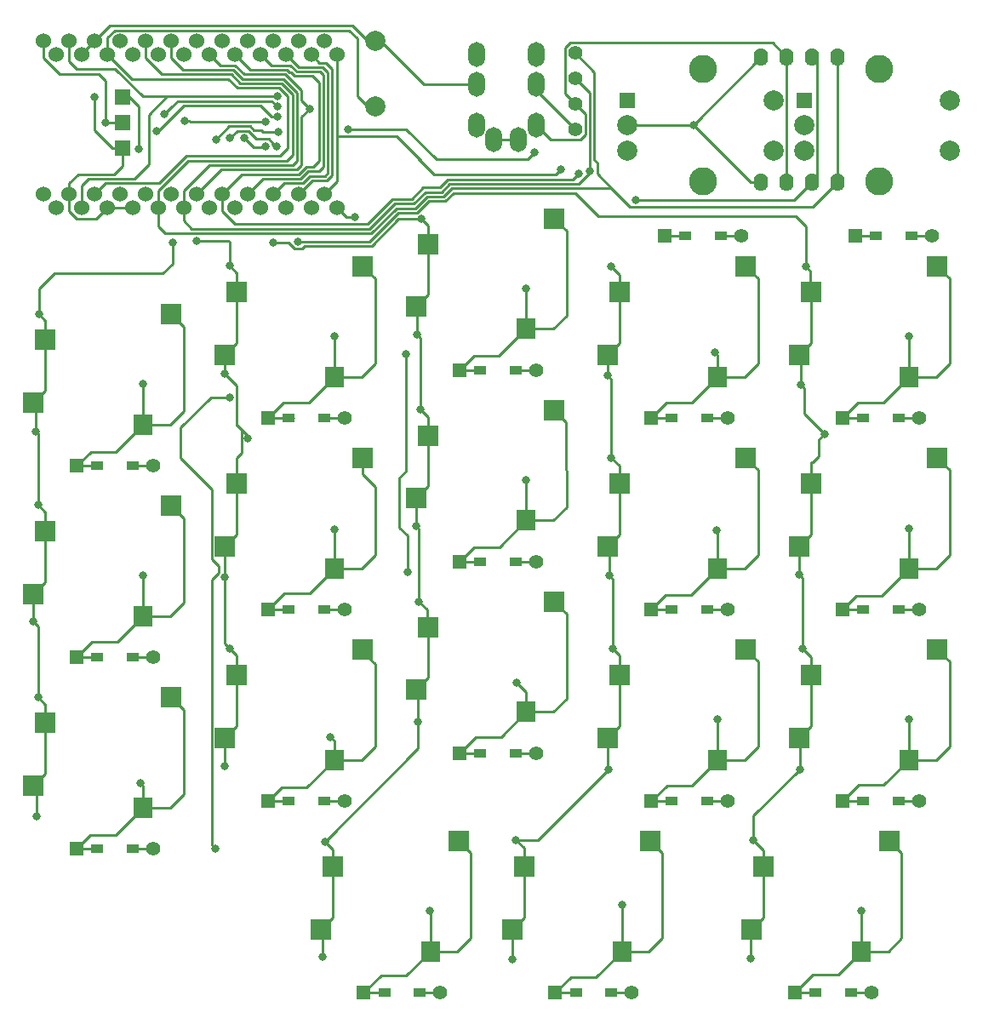
<source format=gbl>
G04 #@! TF.GenerationSoftware,KiCad,Pcbnew,(5.1.6-0-10_14)*
G04 #@! TF.CreationDate,2023-01-09T17:34:33+09:00*
G04 #@! TF.ProjectId,cool536v130,636f6f6c-3533-4367-9631-33302e6b6963,rev?*
G04 #@! TF.SameCoordinates,Original*
G04 #@! TF.FileFunction,Copper,L2,Bot*
G04 #@! TF.FilePolarity,Positive*
%FSLAX46Y46*%
G04 Gerber Fmt 4.6, Leading zero omitted, Abs format (unit mm)*
G04 Created by KiCad (PCBNEW (5.1.6-0-10_14)) date 2023-01-09 17:34:33*
%MOMM*%
%LPD*%
G01*
G04 APERTURE LIST*
G04 #@! TA.AperFunction,SMDPad,CuDef*
%ADD10R,2.000000X2.000000*%
G04 #@! TD*
G04 #@! TA.AperFunction,SMDPad,CuDef*
%ADD11R,1.900000X2.000000*%
G04 #@! TD*
G04 #@! TA.AperFunction,ComponentPad*
%ADD12C,2.000000*%
G04 #@! TD*
G04 #@! TA.AperFunction,SMDPad,CuDef*
%ADD13R,1.300000X0.950000*%
G04 #@! TD*
G04 #@! TA.AperFunction,ComponentPad*
%ADD14C,1.397000*%
G04 #@! TD*
G04 #@! TA.AperFunction,ComponentPad*
%ADD15R,1.397000X1.397000*%
G04 #@! TD*
G04 #@! TA.AperFunction,ComponentPad*
%ADD16O,1.700000X2.500000*%
G04 #@! TD*
G04 #@! TA.AperFunction,ComponentPad*
%ADD17C,1.524000*%
G04 #@! TD*
G04 #@! TA.AperFunction,ComponentPad*
%ADD18R,1.500000X1.500000*%
G04 #@! TD*
G04 #@! TA.AperFunction,ComponentPad*
%ADD19C,2.800000*%
G04 #@! TD*
G04 #@! TA.AperFunction,SMDPad,CuDef*
%ADD20R,1.524000X1.524000*%
G04 #@! TD*
G04 #@! TA.AperFunction,ComponentPad*
%ADD21O,1.397000X1.778000*%
G04 #@! TD*
G04 #@! TA.AperFunction,ViaPad*
%ADD22C,0.800000*%
G04 #@! TD*
G04 #@! TA.AperFunction,Conductor*
%ADD23C,0.250000*%
G04 #@! TD*
G04 APERTURE END LIST*
D10*
X93250000Y-91790000D03*
X80750000Y-94330000D03*
D11*
X90450000Y-102770000D03*
D10*
X79550000Y-100570000D03*
X41450000Y-91045000D03*
D11*
X52350000Y-93245000D03*
D10*
X42650000Y-84805000D03*
X55150000Y-82265000D03*
X89075000Y-124382500D03*
D11*
X99975000Y-126582500D03*
D10*
X90275000Y-118142500D03*
X102775000Y-115602500D03*
D12*
X75460000Y-36040000D03*
X75460000Y-42540000D03*
D10*
X74200000Y-77502500D03*
X61700000Y-80042500D03*
D11*
X71400000Y-88482500D03*
D10*
X60500000Y-86282500D03*
D13*
X70375000Y-73532499D03*
D14*
X72410000Y-73532499D03*
D15*
X64790000Y-73532499D03*
D13*
X66825000Y-73532499D03*
X122763000Y-130682500D03*
D14*
X124798000Y-130682500D03*
D15*
X117178000Y-130682500D03*
D13*
X119213000Y-130682500D03*
D14*
X111830000Y-55420000D03*
D15*
X104210000Y-55420000D03*
D13*
X106245000Y-55420000D03*
X109795000Y-55420000D03*
X127525000Y-73532499D03*
D14*
X129560000Y-73532499D03*
D15*
X121940000Y-73532499D03*
D13*
X123975000Y-73532499D03*
D16*
X87250000Y-45870000D03*
X91450000Y-44370000D03*
X91450000Y-40370000D03*
X91450000Y-37370000D03*
X85500000Y-40370000D03*
X85500000Y-37370000D03*
X89700000Y-45870000D03*
X85500000Y-44370000D03*
D10*
X60500000Y-105332500D03*
D11*
X71400000Y-107532500D03*
D10*
X61700000Y-99092500D03*
X74200000Y-96552500D03*
X112300000Y-96552500D03*
X99800000Y-99092500D03*
D11*
X109500000Y-107532500D03*
D10*
X98600000Y-105332500D03*
D14*
X95330000Y-44820000D03*
X95330000Y-42280000D03*
X95330000Y-39740000D03*
X95330000Y-37200000D03*
D17*
X43692000Y-37360000D03*
X46232000Y-37360000D03*
X48772000Y-37360000D03*
X51312000Y-37360000D03*
X53852000Y-37360000D03*
X56392000Y-37360000D03*
X58932000Y-37360000D03*
X61472000Y-37360000D03*
X64012000Y-37360000D03*
X66552000Y-37360000D03*
X69092000Y-37360000D03*
X71632000Y-37360000D03*
X71632000Y-52600000D03*
X69092000Y-52600000D03*
X66552000Y-52600000D03*
X64012000Y-52600000D03*
X61472000Y-52600000D03*
X58932000Y-52600000D03*
X56392000Y-52600000D03*
X53852000Y-52600000D03*
X51312000Y-52600000D03*
X48772000Y-52600000D03*
X46232000Y-52600000D03*
X43692000Y-52600000D03*
X42422000Y-36053600D03*
X44962000Y-36053600D03*
X47502000Y-36053600D03*
X50042000Y-36053600D03*
X52582000Y-36053600D03*
X55122000Y-36053600D03*
X57662000Y-36053600D03*
X60202000Y-36053600D03*
X62742000Y-36053600D03*
X65282000Y-36053600D03*
X67822000Y-36053600D03*
X70362000Y-36053600D03*
X70362000Y-51273600D03*
X67822000Y-51273600D03*
X65282000Y-51273600D03*
X62742000Y-51273600D03*
X60202000Y-51273600D03*
X57662000Y-51273600D03*
X55122000Y-51273600D03*
X52582000Y-51273600D03*
X50042000Y-51273600D03*
X47502000Y-51273600D03*
X44962000Y-51273600D03*
X42422000Y-51273600D03*
D13*
X51325000Y-78295000D03*
D14*
X53360000Y-78295000D03*
D15*
X45740000Y-78295000D03*
D13*
X47775000Y-78295000D03*
D10*
X126588000Y-115602500D03*
X114088000Y-118142500D03*
D11*
X123788000Y-126582500D03*
D10*
X112888000Y-124382500D03*
X131350000Y-58452499D03*
X118850000Y-60992499D03*
D11*
X128550000Y-69432499D03*
D10*
X117650000Y-67232499D03*
D18*
X100560000Y-41910000D03*
D12*
X100560000Y-44410000D03*
X100560000Y-46910000D03*
D19*
X108060000Y-38810000D03*
X108060000Y-50010000D03*
D12*
X115060000Y-41910000D03*
X115060000Y-46910000D03*
D10*
X98600000Y-67232499D03*
D11*
X109500000Y-69432499D03*
D10*
X99800000Y-60992499D03*
X112300000Y-58452499D03*
X41450000Y-71995000D03*
D11*
X52350000Y-74195000D03*
D10*
X42650000Y-65755000D03*
X55150000Y-63215000D03*
D13*
X98950000Y-130682500D03*
D14*
X100985000Y-130682500D03*
D15*
X93365000Y-130682500D03*
D13*
X95400000Y-130682500D03*
D10*
X112300000Y-77502500D03*
X99800000Y-80042500D03*
D11*
X109500000Y-88482500D03*
D10*
X98600000Y-86282500D03*
D13*
X89425000Y-87820000D03*
D14*
X91460000Y-87820000D03*
D15*
X83840000Y-87820000D03*
D13*
X85875000Y-87820000D03*
X79900000Y-130682500D03*
D14*
X81935000Y-130682500D03*
D15*
X74315000Y-130682500D03*
D13*
X76350000Y-130682500D03*
D10*
X60500000Y-67232499D03*
D11*
X71400000Y-69432499D03*
D10*
X61700000Y-60992499D03*
X74200000Y-58452499D03*
X55150000Y-101315000D03*
X42650000Y-103855000D03*
D11*
X52350000Y-112295000D03*
D10*
X41450000Y-110095000D03*
D13*
X127525000Y-111632500D03*
D14*
X129560000Y-111632500D03*
D15*
X121940000Y-111632500D03*
D13*
X123975000Y-111632500D03*
D10*
X93250000Y-72740000D03*
X80750000Y-75280000D03*
D11*
X90450000Y-83720000D03*
D10*
X79550000Y-81520000D03*
D13*
X108475000Y-111632500D03*
D14*
X110510000Y-111632500D03*
D15*
X102890000Y-111632500D03*
D13*
X104925000Y-111632500D03*
D18*
X118090000Y-41910000D03*
D12*
X118090000Y-44410000D03*
X118090000Y-46910000D03*
D19*
X125590000Y-38810000D03*
X125590000Y-50010000D03*
D12*
X132590000Y-41910000D03*
X132590000Y-46910000D03*
D10*
X131350000Y-77502500D03*
X118850000Y-80042500D03*
D11*
X128550000Y-88482500D03*
D10*
X117650000Y-86282500D03*
D13*
X70375000Y-92582500D03*
D14*
X72410000Y-92582500D03*
D15*
X64790000Y-92582500D03*
D13*
X66825000Y-92582500D03*
D10*
X70025000Y-124382500D03*
D11*
X80925000Y-126582500D03*
D10*
X71225000Y-118142500D03*
X83725000Y-115602500D03*
X131350000Y-96552500D03*
X118850000Y-99092500D03*
D11*
X128550000Y-107532500D03*
D10*
X117650000Y-105332500D03*
D13*
X51325000Y-116395000D03*
D14*
X53360000Y-116395000D03*
D15*
X45740000Y-116395000D03*
D13*
X47775000Y-116395000D03*
D20*
X50300000Y-46680000D03*
X50300000Y-44140000D03*
X50300000Y-41600000D03*
D13*
X89425000Y-68770000D03*
D14*
X91460000Y-68770000D03*
D15*
X83840000Y-68770000D03*
D13*
X85875000Y-68770000D03*
X108475000Y-73532499D03*
D14*
X110510000Y-73532499D03*
D15*
X102890000Y-73532499D03*
D13*
X104925000Y-73532499D03*
X51325000Y-97345000D03*
D14*
X53360000Y-97345000D03*
D15*
X45740000Y-97345000D03*
D13*
X47775000Y-97345000D03*
X70375000Y-111632500D03*
D14*
X72410000Y-111632500D03*
D15*
X64790000Y-111632500D03*
D13*
X66825000Y-111632500D03*
X89425000Y-106870000D03*
D14*
X91460000Y-106870000D03*
D15*
X83840000Y-106870000D03*
D13*
X85875000Y-106870000D03*
D10*
X79550000Y-62470000D03*
D11*
X90450000Y-64670000D03*
D10*
X80750000Y-56230000D03*
X93250000Y-53690000D03*
D13*
X108475000Y-92582500D03*
D14*
X110510000Y-92582500D03*
D15*
X102890000Y-92582500D03*
D13*
X104925000Y-92582500D03*
X127525000Y-92582500D03*
D14*
X129560000Y-92582500D03*
D15*
X121940000Y-92582500D03*
D13*
X123975000Y-92582500D03*
D14*
X130870000Y-55400000D03*
D15*
X123250000Y-55400000D03*
D13*
X125285000Y-55400000D03*
X128835000Y-55400000D03*
D21*
X113854000Y-50030000D03*
X116394000Y-50030000D03*
X118934000Y-50030000D03*
X121474000Y-50030000D03*
X116394000Y-37584000D03*
X118934000Y-37584000D03*
X121474000Y-37584000D03*
X113854000Y-37584000D03*
D22*
X52350001Y-70169999D03*
X71387498Y-65407498D03*
X90475001Y-60644999D03*
X109240000Y-67020000D03*
X128577498Y-65407498D03*
X52309999Y-89219999D03*
X71400000Y-84650000D03*
X90474999Y-79694999D03*
X109425000Y-84695000D03*
X128550000Y-84490000D03*
X52101999Y-109841999D03*
X70995749Y-105235749D03*
X89515000Y-99815000D03*
X109467499Y-103507499D03*
X128527499Y-103507499D03*
X80917499Y-122557499D03*
X99987501Y-121957501D03*
X123767499Y-122557499D03*
X73450000Y-53534990D03*
X78643501Y-88843501D03*
X78500000Y-67200000D03*
X60970000Y-71460000D03*
X59525000Y-116395000D03*
X95667158Y-49202842D03*
X65700102Y-43535359D03*
X51940000Y-46730000D03*
X53700000Y-44970000D03*
X47520000Y-41600000D03*
X107110000Y-44380000D03*
X65745552Y-41536497D03*
X48600000Y-44170000D03*
X101340000Y-51830000D03*
X96803511Y-48976489D03*
X72770000Y-44780000D03*
X91280000Y-47094980D03*
X64520000Y-44020000D03*
X56490000Y-43990000D03*
X59590000Y-45800000D03*
X65835858Y-45054142D03*
X55300000Y-56060000D03*
X54470000Y-43266990D03*
X41940000Y-101330000D03*
X41390000Y-93730000D03*
X41700000Y-74880000D03*
X41900000Y-82150000D03*
X42000000Y-63210000D03*
X41730000Y-113190000D03*
X65697833Y-42535360D03*
X65630000Y-46540000D03*
X60990000Y-45695000D03*
X62380000Y-45695000D03*
X64520000Y-46500000D03*
X60490000Y-69080000D03*
X62780000Y-75530000D03*
X60950000Y-58380000D03*
X57710000Y-55885010D03*
X60510000Y-108180000D03*
X60980000Y-96430000D03*
X68910000Y-42780000D03*
X60510000Y-89360000D03*
X65280000Y-56100000D03*
X79810000Y-91790000D03*
X70220000Y-127080000D03*
X79550000Y-84250000D03*
X70450000Y-115660000D03*
X79700000Y-103740000D03*
X80070000Y-53740000D03*
X79910000Y-72670000D03*
X79610000Y-65240000D03*
X117750000Y-70210000D03*
X67790000Y-55960000D03*
X117620000Y-89120000D03*
X113070000Y-115480000D03*
X117670000Y-108450000D03*
X118262499Y-58452499D03*
X117960000Y-96450000D03*
X112830000Y-127280000D03*
X120140000Y-75100000D03*
X89050000Y-127360000D03*
X98900000Y-58420000D03*
X98590000Y-69330000D03*
X98640000Y-108520000D03*
X98952500Y-77502500D03*
X98710000Y-89200000D03*
X93905000Y-48815000D03*
X89470000Y-115510000D03*
X99100000Y-96470000D03*
D23*
X52350000Y-74195000D02*
X49665000Y-76880000D01*
X47155000Y-76880000D02*
X45740000Y-78295000D01*
X49665000Y-76880000D02*
X47155000Y-76880000D01*
X45740000Y-78295000D02*
X47775000Y-78295000D01*
X52350001Y-72944999D02*
X52350001Y-70169999D01*
X55051002Y-74195000D02*
X56375001Y-72871001D01*
X56375001Y-72871001D02*
X56375001Y-64440001D01*
X52350000Y-74195000D02*
X52350001Y-72944999D01*
X52350000Y-74195000D02*
X55051002Y-74195000D01*
X56375001Y-64440001D02*
X55150000Y-63215000D01*
X64790000Y-73532499D02*
X67337501Y-73532499D01*
X71400000Y-65420000D02*
X71387498Y-65407498D01*
X71400000Y-69432499D02*
X68862499Y-71970000D01*
X74200000Y-58452499D02*
X75425001Y-59677500D01*
X71400000Y-69432499D02*
X71400000Y-65420000D01*
X75425001Y-59677500D02*
X75425001Y-68108500D01*
X75425001Y-68108500D02*
X74101002Y-69432499D01*
X74101002Y-69432499D02*
X71400000Y-69432499D01*
X68862499Y-71970000D02*
X66352499Y-71970000D01*
X66352499Y-71970000D02*
X64790000Y-73532499D01*
X87760000Y-67360000D02*
X85250000Y-67360000D01*
X90450000Y-60670000D02*
X90475001Y-60644999D01*
X93151002Y-64670000D02*
X90450000Y-64670000D01*
X93250000Y-53690000D02*
X94475001Y-54915001D01*
X83840000Y-68770000D02*
X85875000Y-68770000D01*
X94475001Y-54915001D02*
X94475001Y-63346001D01*
X90450000Y-64670000D02*
X87760000Y-67360000D01*
X94475001Y-63346001D02*
X93151002Y-64670000D01*
X90450000Y-64670000D02*
X90450000Y-60670000D01*
X85250000Y-67360000D02*
X83840000Y-68770000D01*
X109500000Y-69432499D02*
X109500000Y-67280000D01*
X106942499Y-71990000D02*
X104432499Y-71990000D01*
X112300000Y-58452499D02*
X113525001Y-59677500D01*
X112201002Y-69432499D02*
X109500000Y-69432499D01*
X104432499Y-71990000D02*
X102890000Y-73532499D01*
X109500000Y-69432499D02*
X106942499Y-71990000D01*
X109500000Y-67280000D02*
X109240000Y-67020000D01*
X113525001Y-68108500D02*
X112201002Y-69432499D01*
X102890000Y-73532499D02*
X104925000Y-73532499D01*
X113525001Y-59677500D02*
X113525001Y-68108500D01*
X125972499Y-72010000D02*
X123462499Y-72010000D01*
X131350000Y-58452499D02*
X132575001Y-59677500D01*
X131251002Y-69432499D02*
X128550000Y-69432499D01*
X132575001Y-59677500D02*
X132575001Y-68108500D01*
X121940000Y-73532499D02*
X123975000Y-73532499D01*
X132575001Y-68108500D02*
X131251002Y-69432499D01*
X123462499Y-72010000D02*
X121940000Y-73532499D01*
X128550000Y-69432499D02*
X125972499Y-72010000D01*
X128550000Y-65434996D02*
X128577498Y-65407498D01*
X128550000Y-69432499D02*
X128550000Y-65434996D01*
X49775000Y-95820000D02*
X47265000Y-95820000D01*
X55051002Y-93245000D02*
X52350000Y-93245000D01*
X56375001Y-91921001D02*
X55051002Y-93245000D01*
X52350000Y-89260000D02*
X52309999Y-89219999D01*
X45740000Y-97345000D02*
X47775000Y-97345000D01*
X47265000Y-95820000D02*
X45740000Y-97345000D01*
X55150000Y-82265000D02*
X56375001Y-83490001D01*
X52350000Y-93245000D02*
X52350000Y-89260000D01*
X52350000Y-93245000D02*
X49775000Y-95820000D01*
X56375001Y-83490001D02*
X56375001Y-91921001D01*
X74101002Y-88482500D02*
X71400000Y-88482500D01*
X74200000Y-79131498D02*
X75425001Y-80356499D01*
X75425001Y-80356499D02*
X75425001Y-87158501D01*
X75425001Y-87158501D02*
X74101002Y-88482500D01*
X71400000Y-88482500D02*
X68902500Y-90980000D01*
X68902500Y-90980000D02*
X66392500Y-90980000D01*
X66392500Y-90980000D02*
X64790000Y-92582500D01*
X74200000Y-77502500D02*
X74200000Y-79131498D01*
X64790000Y-92582500D02*
X66825000Y-92582500D01*
X71400000Y-88482500D02*
X71400000Y-84650000D01*
X90450000Y-83720000D02*
X90450000Y-79719998D01*
X90450000Y-79719998D02*
X90474999Y-79694999D01*
X93250000Y-72740000D02*
X94425001Y-73915001D01*
X94425001Y-73915001D02*
X94425001Y-78704999D01*
X94475001Y-78754999D02*
X94475001Y-82396001D01*
X94425001Y-78704999D02*
X94475001Y-78754999D01*
X94475001Y-82396001D02*
X93151002Y-83720000D01*
X93151002Y-83720000D02*
X90450000Y-83720000D01*
X90450000Y-83720000D02*
X87780000Y-86390000D01*
X83840000Y-87820000D02*
X85875000Y-87820000D01*
X85270000Y-86390000D02*
X83840000Y-87820000D01*
X87780000Y-86390000D02*
X85270000Y-86390000D01*
X102890000Y-92582500D02*
X104925000Y-92582500D01*
X109500000Y-88482500D02*
X106842500Y-91140000D01*
X109500000Y-88482500D02*
X109500000Y-84770000D01*
X104332500Y-91140000D02*
X102890000Y-92582500D01*
X113525001Y-87158501D02*
X112201002Y-88482500D01*
X112300000Y-77502500D02*
X113525001Y-78727501D01*
X113525001Y-78727501D02*
X113525001Y-87158501D01*
X112201002Y-88482500D02*
X109500000Y-88482500D01*
X109500000Y-84770000D02*
X109425000Y-84695000D01*
X106842500Y-91140000D02*
X104332500Y-91140000D01*
X123332500Y-91190000D02*
X121940000Y-92582500D01*
X128550000Y-88482500D02*
X128550000Y-84490000D01*
X125842500Y-91190000D02*
X123332500Y-91190000D01*
X132575001Y-78727501D02*
X132575001Y-87158501D01*
X131251002Y-88482500D02*
X128550000Y-88482500D01*
X131350000Y-77502500D02*
X132575001Y-78727501D01*
X132575001Y-87158501D02*
X131251002Y-88482500D01*
X128550000Y-88482500D02*
X125842500Y-91190000D01*
X121940000Y-92582500D02*
X123975000Y-92582500D01*
X55051002Y-112295000D02*
X52350000Y-112295000D01*
X52350000Y-112295000D02*
X49595000Y-115050000D01*
X56375001Y-110971001D02*
X55051002Y-112295000D01*
X45740000Y-116395000D02*
X47775000Y-116395000D01*
X49595000Y-115050000D02*
X47085000Y-115050000D01*
X56375001Y-102540001D02*
X56375001Y-110971001D01*
X52350000Y-112295000D02*
X52350000Y-110090000D01*
X52350000Y-110090000D02*
X52101999Y-109841999D01*
X55150000Y-101315000D02*
X56375001Y-102540001D01*
X47085000Y-115050000D02*
X45740000Y-116395000D01*
X75425001Y-98015001D02*
X75425001Y-106208501D01*
X74200000Y-96552500D02*
X74200000Y-96790000D01*
X75425001Y-106208501D02*
X74101002Y-107532500D01*
X64790000Y-111632500D02*
X66825000Y-111632500D01*
X74200000Y-96790000D02*
X75425001Y-98015001D01*
X74101002Y-107532500D02*
X71400000Y-107532500D01*
X71400000Y-107532500D02*
X68642500Y-110290000D01*
X68642500Y-110290000D02*
X66132500Y-110290000D01*
X66132500Y-110290000D02*
X64790000Y-111632500D01*
X71400000Y-105640000D02*
X70995749Y-105235749D01*
X71400000Y-107532500D02*
X71400000Y-105640000D01*
X93151002Y-102770000D02*
X90450000Y-102770000D01*
X93250000Y-91790000D02*
X94475001Y-93015001D01*
X90450000Y-100750000D02*
X89515000Y-99815000D01*
X90450000Y-102770000D02*
X90450000Y-100750000D01*
X94475001Y-93015001D02*
X94475001Y-101446001D01*
X85450000Y-105260000D02*
X83840000Y-106870000D01*
X90450000Y-102770000D02*
X87960000Y-105260000D01*
X83840000Y-106870000D02*
X85875000Y-106870000D01*
X87960000Y-105260000D02*
X85450000Y-105260000D01*
X94475001Y-101446001D02*
X93151002Y-102770000D01*
X109500000Y-107532500D02*
X109500000Y-103540000D01*
X109500000Y-103540000D02*
X109467499Y-103507499D01*
X102890000Y-111632500D02*
X104925000Y-111632500D01*
X109500000Y-107532500D02*
X106972500Y-110060000D01*
X112201002Y-107532500D02*
X109500000Y-107532500D01*
X112300000Y-96552500D02*
X113525001Y-97777501D01*
X113525001Y-106208501D02*
X112201002Y-107532500D01*
X113525001Y-97777501D02*
X113525001Y-106208501D01*
X104462500Y-110060000D02*
X102890000Y-111632500D01*
X106972500Y-110060000D02*
X104462500Y-110060000D01*
X128550000Y-107532500D02*
X128550000Y-103530000D01*
X128550000Y-103530000D02*
X128527499Y-103507499D01*
X128550000Y-107532500D02*
X126042500Y-110040000D01*
X121940000Y-111632500D02*
X123975000Y-111632500D01*
X123532500Y-110040000D02*
X121940000Y-111632500D01*
X132575001Y-97777501D02*
X132575001Y-106208501D01*
X132575001Y-106208501D02*
X131251002Y-107532500D01*
X126042500Y-110040000D02*
X123532500Y-110040000D01*
X131350000Y-96552500D02*
X132575001Y-97777501D01*
X131251002Y-107532500D02*
X128550000Y-107532500D01*
X80925000Y-126582500D02*
X80925000Y-122565000D01*
X80925000Y-122565000D02*
X80917499Y-122557499D01*
X80925000Y-126582500D02*
X78547500Y-128960000D01*
X78547500Y-128960000D02*
X76037500Y-128960000D01*
X83725000Y-115602500D02*
X84950001Y-116827501D01*
X83626002Y-126582500D02*
X80925000Y-126582500D01*
X84950001Y-125258501D02*
X83626002Y-126582500D01*
X84950001Y-116827501D02*
X84950001Y-125258501D01*
X74315000Y-130682500D02*
X76350000Y-130682500D01*
X76037500Y-128960000D02*
X74315000Y-130682500D01*
X99975000Y-121970002D02*
X99987501Y-121957501D01*
X99975000Y-126582500D02*
X99975000Y-121970002D01*
X94907500Y-129140000D02*
X93365000Y-130682500D01*
X99975000Y-126582500D02*
X97417500Y-129140000D01*
X97417500Y-129140000D02*
X94907500Y-129140000D01*
X102676002Y-126582500D02*
X99975000Y-126582500D01*
X104000001Y-116827501D02*
X104000001Y-125258501D01*
X104000001Y-125258501D02*
X102676002Y-126582500D01*
X102775000Y-115602500D02*
X104000001Y-116827501D01*
X93365000Y-130682500D02*
X95400000Y-130682500D01*
X123788000Y-126582500D02*
X121510500Y-128860000D01*
X127813001Y-116827501D02*
X127813001Y-125258501D01*
X127813001Y-125258501D02*
X126489002Y-126582500D01*
X126588000Y-115602500D02*
X127813001Y-116827501D01*
X126489002Y-126582500D02*
X123788000Y-126582500D01*
X123788000Y-122578000D02*
X123767499Y-122557499D01*
X123788000Y-126582500D02*
X123788000Y-122578000D01*
X121510500Y-128860000D02*
X119000500Y-128860000D01*
X119000500Y-128860000D02*
X117178000Y-130682500D01*
X117178000Y-130682500D02*
X119213000Y-130682500D01*
X106245000Y-55420000D02*
X104210000Y-55420000D01*
X125285000Y-55400000D02*
X123250000Y-55400000D01*
X75460000Y-42540000D02*
X74670000Y-42540000D01*
X48772000Y-35714838D02*
X48772000Y-37360000D01*
X49520239Y-34966599D02*
X48772000Y-35714838D01*
X60847031Y-39797031D02*
X51209030Y-39797030D01*
X66761920Y-41527560D02*
X65931409Y-40697049D01*
X53963829Y-50186599D02*
X56663889Y-47486539D01*
X47502000Y-51273600D02*
X48589001Y-50186599D01*
X48589001Y-50186599D02*
X53963829Y-50186599D01*
X66761920Y-46718080D02*
X66761920Y-41527560D01*
X56663889Y-47486539D02*
X65993461Y-47486539D01*
X61747049Y-40697049D02*
X60847031Y-39797031D01*
X65931409Y-40697049D02*
X61747049Y-40697049D01*
X51209030Y-39797030D02*
X48772000Y-37360000D01*
X65993461Y-47486539D02*
X66761920Y-46718080D01*
X72836599Y-34966599D02*
X49520239Y-34966599D01*
X73660000Y-41530000D02*
X73660000Y-35790000D01*
X73660000Y-35790000D02*
X72836599Y-34966599D01*
X74670000Y-42540000D02*
X73660000Y-41530000D01*
X89425000Y-68770000D02*
X91460000Y-68770000D01*
X108475000Y-73532499D02*
X110510000Y-73532499D01*
X70375000Y-73532499D02*
X72410000Y-73532499D01*
X127525000Y-73532499D02*
X129560000Y-73532499D01*
X73425010Y-53510000D02*
X73450000Y-53534990D01*
X72542000Y-53510000D02*
X73425010Y-53510000D01*
X51325000Y-78295000D02*
X53360000Y-78295000D01*
X71632000Y-52600000D02*
X72542000Y-53510000D01*
X51325000Y-97345000D02*
X53360000Y-97345000D01*
X78500000Y-78850000D02*
X77860000Y-79490000D01*
X77860000Y-79490000D02*
X77860000Y-84450000D01*
X127525000Y-92582500D02*
X129560000Y-92582500D01*
X70375000Y-92582500D02*
X72410000Y-92582500D01*
X108475000Y-92582500D02*
X110510000Y-92582500D01*
X89425000Y-87820000D02*
X91460000Y-87820000D01*
X78500000Y-67200000D02*
X78500000Y-78850000D01*
X77860000Y-84450000D02*
X78643501Y-85233501D01*
X78643501Y-85233501D02*
X78643501Y-88843501D01*
X70281970Y-48558030D02*
X70281970Y-39371970D01*
X68047001Y-49736589D02*
X68773600Y-49009990D01*
X70281970Y-39371970D02*
X69990009Y-39080009D01*
X68773600Y-49009990D02*
X69830010Y-49009990D01*
X69990009Y-39080009D02*
X67635598Y-39080008D01*
X67635598Y-39080008D02*
X67002591Y-38447001D01*
X64279011Y-49736589D02*
X68047001Y-49736589D01*
X67002591Y-38447001D02*
X65099001Y-38447001D01*
X62742000Y-51273600D02*
X64279011Y-49736589D01*
X65099001Y-38447001D02*
X64012000Y-37360000D01*
X69830010Y-49009990D02*
X70281970Y-48558030D01*
X59174999Y-89621999D02*
X59860000Y-88936998D01*
X108475000Y-111632500D02*
X110510000Y-111632500D01*
X59860000Y-88936998D02*
X59860000Y-88227502D01*
X59860000Y-88227502D02*
X59174999Y-87542501D01*
X59174999Y-116044999D02*
X59174999Y-89621999D01*
X59525000Y-116395000D02*
X59174999Y-116044999D01*
X59174999Y-87542501D02*
X59174999Y-80634999D01*
X59174999Y-80634999D02*
X56050000Y-77510000D01*
X59080000Y-71460000D02*
X60970000Y-71460000D01*
X56050000Y-77510000D02*
X56050000Y-74490000D01*
X56050000Y-74490000D02*
X59080000Y-71460000D01*
X89425000Y-106870000D02*
X91460000Y-106870000D01*
X51325000Y-116395000D02*
X53360000Y-116395000D01*
X70375000Y-111632500D02*
X72410000Y-111632500D01*
X127525000Y-111632500D02*
X129560000Y-111632500D01*
X60202000Y-51273600D02*
X60202000Y-52938762D01*
X77192210Y-51761380D02*
X79066388Y-51761380D01*
X74693600Y-54259990D02*
X77192210Y-51761380D01*
X61523228Y-54259990D02*
X74693600Y-54259990D01*
X60202000Y-52938762D02*
X61523228Y-54259990D01*
X98950000Y-130682500D02*
X100985000Y-130682500D01*
X95078620Y-49791380D02*
X95667158Y-49202842D01*
X82672210Y-49791380D02*
X95078620Y-49791380D01*
X81873590Y-50590000D02*
X82672210Y-49791380D01*
X80237768Y-50590000D02*
X81873590Y-50590000D01*
X79066388Y-51761380D02*
X80237768Y-50590000D01*
X69831960Y-47988040D02*
X69831960Y-40181960D01*
X67069180Y-39150000D02*
X66930000Y-39150000D01*
X68587200Y-48559980D02*
X69260020Y-48559980D01*
X69831960Y-40181960D02*
X69180018Y-39530018D01*
X111830000Y-55420000D02*
X109795000Y-55420000D01*
X67860601Y-49286579D02*
X68587200Y-48559980D01*
X63009011Y-38897011D02*
X61472000Y-37360000D01*
X60202000Y-51273600D02*
X62189021Y-49286579D01*
X122763000Y-130682500D02*
X124798000Y-130682500D01*
X69260020Y-48559980D02*
X69831960Y-47988040D01*
X130870000Y-55400000D02*
X128835000Y-55400000D01*
X67449197Y-39530017D02*
X67069180Y-39150000D01*
X69180018Y-39530018D02*
X67449197Y-39530017D01*
X79900000Y-130682500D02*
X81935000Y-130682500D01*
X66677011Y-38897011D02*
X63009011Y-38897011D01*
X62189021Y-49286579D02*
X67860601Y-49286579D01*
X66930000Y-39150000D02*
X66677011Y-38897011D01*
X85575010Y-44294990D02*
X85500000Y-44370000D01*
X92923501Y-45843501D02*
X91450000Y-44370000D01*
X95821281Y-45843501D02*
X92923501Y-45843501D01*
X53700000Y-44970000D02*
X53839992Y-44970000D01*
X53839992Y-44970000D02*
X56373475Y-42436517D01*
X50970000Y-41600000D02*
X51940000Y-42570000D01*
X64035575Y-42436517D02*
X65134417Y-43535359D01*
X56373475Y-42436517D02*
X64035575Y-42436517D01*
X51940000Y-42570000D02*
X51940000Y-46730000D01*
X65134417Y-43535359D02*
X65700102Y-43535359D01*
X50300000Y-41600000D02*
X50970000Y-41600000D01*
X96353501Y-43303501D02*
X96353501Y-45311281D01*
X96353501Y-45311281D02*
X95821281Y-45843501D01*
X95330000Y-42280000D02*
X96353501Y-43303501D01*
X118896000Y-37340000D02*
X118896000Y-38226000D01*
X116394000Y-37584000D02*
X116394000Y-50030000D01*
X94838719Y-36176499D02*
X114986499Y-36176499D01*
X114986499Y-36176499D02*
X116394000Y-37584000D01*
X94306499Y-36708719D02*
X94838719Y-36176499D01*
X94306499Y-41256499D02*
X94306499Y-36708719D01*
X95330000Y-42280000D02*
X94306499Y-41256499D01*
X91450000Y-40940000D02*
X95330000Y-44820000D01*
X75940000Y-36040000D02*
X75460000Y-36040000D01*
X80270000Y-40370000D02*
X75940000Y-36040000D01*
X91450000Y-40370000D02*
X91450000Y-40940000D01*
X73206590Y-34516590D02*
X74730000Y-36040000D01*
X85500000Y-40370000D02*
X80270000Y-40370000D01*
X74730000Y-36040000D02*
X75460000Y-36040000D01*
X44962000Y-50195970D02*
X44962000Y-51273600D01*
X47520000Y-44912000D02*
X47520000Y-41600000D01*
X47684999Y-53687001D02*
X48772000Y-52600000D01*
X48772000Y-52600000D02*
X51312000Y-52600000D01*
X50300000Y-46680000D02*
X50300000Y-48466579D01*
X47502000Y-36053600D02*
X49039010Y-34516590D01*
X46232000Y-37360000D02*
X46232000Y-37323600D01*
X49480000Y-49286579D02*
X45871391Y-49286579D01*
X44962000Y-52938762D02*
X45710239Y-53687001D01*
X45871391Y-49286579D02*
X44962000Y-50195970D01*
X50300000Y-46680000D02*
X49288000Y-46680000D01*
X73016590Y-34516590D02*
X73206590Y-34516590D01*
X44962000Y-51273600D02*
X44962000Y-52938762D01*
X46232000Y-37323600D02*
X47502000Y-36053600D01*
X49288000Y-46680000D02*
X47520000Y-44912000D01*
X45710239Y-53687001D02*
X47684999Y-53687001D01*
X50300000Y-48466579D02*
X49480000Y-49286579D01*
X49039010Y-34516590D02*
X73016590Y-34516590D01*
X100590000Y-44380000D02*
X100560000Y-44410000D01*
X107110000Y-44380000D02*
X100590000Y-44380000D01*
X49565590Y-38790000D02*
X52312087Y-41536497D01*
X46232000Y-52600000D02*
X46232000Y-50438000D01*
X44962000Y-38032000D02*
X44962000Y-36053600D01*
X52312087Y-41536497D02*
X55663503Y-41536497D01*
X45720000Y-38790000D02*
X49565590Y-38790000D01*
X55663503Y-41536497D02*
X54753503Y-41536497D01*
X45720000Y-38790000D02*
X44962000Y-38032000D01*
X65745552Y-41536497D02*
X55663503Y-41536497D01*
X52930000Y-48280000D02*
X52930000Y-43360000D01*
X52930000Y-43360000D02*
X54753503Y-41536497D01*
X51473411Y-49736589D02*
X52930000Y-48280000D01*
X46933411Y-49736589D02*
X51473411Y-49736589D01*
X46232000Y-50438000D02*
X46933411Y-49736589D01*
X50270000Y-44170000D02*
X50300000Y-44140000D01*
X48600000Y-44170000D02*
X50270000Y-44170000D01*
X42422000Y-37698762D02*
X44073238Y-39350000D01*
X42422000Y-36053600D02*
X42422000Y-37698762D01*
X44073238Y-39350000D02*
X47930000Y-39350000D01*
X48600000Y-40020000D02*
X48600000Y-44170000D01*
X47930000Y-39350000D02*
X48600000Y-40020000D01*
X80414198Y-51049980D02*
X82050020Y-51049980D01*
X77378610Y-52211390D02*
X79252788Y-52211390D01*
X95708610Y-50241390D02*
X96803511Y-49146489D01*
X56392000Y-50934838D02*
X56392000Y-52600000D01*
X82050020Y-51049980D02*
X82858610Y-50241390D01*
X67233441Y-48386559D02*
X58940279Y-48386559D01*
X67661940Y-41154760D02*
X67661940Y-47958060D01*
X56392000Y-52600000D02*
X56392000Y-53902000D01*
X55921619Y-38498381D02*
X55304999Y-37881761D01*
X55921619Y-38498381D02*
X56320249Y-38897011D01*
X96803511Y-41213511D02*
X95330000Y-39740000D01*
X67661940Y-47958060D02*
X67233441Y-48386559D01*
X55122000Y-37698762D02*
X55921619Y-38498381D01*
X79252788Y-52211390D02*
X80414198Y-51049980D01*
X74880000Y-54710000D02*
X77378610Y-52211390D01*
X82858610Y-50241390D02*
X95708610Y-50241390D01*
X56392000Y-53902000D02*
X57200000Y-54710000D01*
X57200000Y-54710000D02*
X74880000Y-54710000D01*
X62210620Y-39797030D02*
X66304211Y-39797031D01*
X66304211Y-39797031D02*
X67661940Y-41154760D01*
X58940279Y-48386559D02*
X56392000Y-50934838D01*
X56320249Y-38897011D02*
X61310601Y-38897011D01*
X61310601Y-38897011D02*
X62210620Y-39797030D01*
X55122000Y-36053600D02*
X55122000Y-37698762D01*
X101360000Y-51810000D02*
X101340000Y-51830000D01*
X96803511Y-48976489D02*
X96803511Y-41213511D01*
X96803511Y-49146489D02*
X96803511Y-48976489D01*
X117154000Y-51810000D02*
X118727991Y-50236009D01*
X114200000Y-51810000D02*
X117154000Y-51810000D01*
X118727991Y-50236009D02*
X118934000Y-50236009D01*
X114332000Y-51810000D02*
X114200000Y-51810000D01*
X114200000Y-51810000D02*
X101360000Y-51810000D01*
X53852000Y-52600000D02*
X53852000Y-54462000D01*
X79439188Y-52661400D02*
X80600598Y-51499990D01*
X62024219Y-40247039D02*
X61124201Y-39347021D01*
X54550010Y-55160010D02*
X75066400Y-55160010D01*
X80600598Y-51499990D02*
X82236420Y-51499990D01*
X67211930Y-41341160D02*
X66117810Y-40247040D01*
X67211930Y-47378070D02*
X67211930Y-41341160D01*
X52582000Y-37698762D02*
X52582000Y-36053600D01*
X54230259Y-39347021D02*
X52582000Y-37698762D01*
X53852000Y-50934838D02*
X56850289Y-47936549D01*
X53852000Y-52600000D02*
X53852000Y-50934838D01*
X53852000Y-54462000D02*
X54550010Y-55160010D01*
X97253521Y-39123521D02*
X95330000Y-37200000D01*
X82236420Y-51499990D02*
X83045010Y-50691400D01*
X66653451Y-47936549D02*
X67211930Y-47378070D01*
X66117810Y-40247040D02*
X62024219Y-40247039D01*
X56850289Y-47936549D02*
X66653451Y-47936549D01*
X77565010Y-52661400D02*
X79439188Y-52661400D01*
X61124201Y-39347021D02*
X54230259Y-39347021D01*
X75066400Y-55160010D02*
X77565010Y-52661400D01*
X113734999Y-49704999D02*
X113816000Y-49786000D01*
X113816000Y-37340000D02*
X113734999Y-37421001D01*
X112760000Y-50030000D02*
X107110000Y-44380000D01*
X113854000Y-50030000D02*
X112760000Y-50030000D01*
X113854000Y-37636000D02*
X107110000Y-44380000D01*
X113854000Y-37584000D02*
X113854000Y-37636000D01*
X119415001Y-49548999D02*
X118934000Y-50030000D01*
X119415001Y-38065001D02*
X119415001Y-49548999D01*
X118934000Y-37584000D02*
X119415001Y-38065001D01*
X83045010Y-50691400D02*
X95908600Y-50691400D01*
X95908600Y-50691400D02*
X96138600Y-50691400D01*
X121474000Y-37584000D02*
X121474000Y-50030000D01*
X100991999Y-52555001D02*
X118948999Y-52555001D01*
X118948999Y-52555001D02*
X121474000Y-50030000D01*
X100991999Y-52555001D02*
X100812201Y-52555001D01*
X95908600Y-50691400D02*
X98948600Y-50691400D01*
X100812201Y-52555001D02*
X99078600Y-50821400D01*
X99078600Y-50821400D02*
X98948600Y-50691400D01*
X97253521Y-47873521D02*
X97253521Y-45906479D01*
X97528512Y-48148512D02*
X97253521Y-47873521D01*
X97528512Y-49248512D02*
X97528512Y-48148512D01*
X99078600Y-50821400D02*
X99078600Y-50798600D01*
X97253520Y-46186480D02*
X97253521Y-45906479D01*
X99078600Y-50798600D02*
X97528512Y-49248512D01*
X97253521Y-45906479D02*
X97253521Y-39123521D01*
X56490000Y-43990000D02*
X56990000Y-43990000D01*
X78540000Y-44780000D02*
X81530000Y-47770000D01*
X91280000Y-47094980D02*
X90604980Y-47770000D01*
X72770000Y-44780000D02*
X78540000Y-44780000D01*
X64520000Y-44020000D02*
X57020000Y-44020000D01*
X90604980Y-47770000D02*
X81530000Y-47770000D01*
X56990000Y-43990000D02*
X57020000Y-44020000D01*
X60870010Y-44519990D02*
X59590000Y-45800000D01*
X63026402Y-44519990D02*
X60870010Y-44519990D01*
X65835858Y-45054142D02*
X64305858Y-45054142D01*
X63386412Y-44880000D02*
X63026402Y-44519990D01*
X64305858Y-45054142D02*
X64131716Y-44880000D01*
X64131716Y-44880000D02*
X63386412Y-44880000D01*
X41730000Y-110375000D02*
X41450000Y-110095000D01*
X41450000Y-93670000D02*
X41390000Y-93730000D01*
X55300000Y-58190000D02*
X55300000Y-56060000D01*
X65148980Y-41986507D02*
X55816507Y-41986507D01*
X55259519Y-42543495D02*
X55816507Y-41986507D01*
X42000000Y-60670000D02*
X43510000Y-59160000D01*
X41940000Y-101330000D02*
X41940000Y-94280000D01*
X55193495Y-42543495D02*
X54470000Y-43266990D01*
X41450000Y-91045000D02*
X41450000Y-93670000D01*
X41940000Y-94280000D02*
X41390000Y-93730000D01*
X65697833Y-42535360D02*
X65148980Y-41986507D01*
X41730000Y-113190000D02*
X41730000Y-110375000D01*
X42650000Y-82900000D02*
X41900000Y-82150000D01*
X54330000Y-59160000D02*
X55300000Y-58190000D01*
X55193495Y-42543495D02*
X55259519Y-42543495D01*
X42650000Y-84805000D02*
X42650000Y-82900000D01*
X41900000Y-82150000D02*
X41900000Y-75080000D01*
X41900000Y-75080000D02*
X41700000Y-74880000D01*
X42000000Y-63210000D02*
X42650000Y-63860000D01*
X42650000Y-89845000D02*
X41450000Y-91045000D01*
X42650000Y-63860000D02*
X42650000Y-65755000D01*
X43510000Y-59160000D02*
X54330000Y-59160000D01*
X41700000Y-72245000D02*
X41450000Y-71995000D01*
X42650000Y-108895000D02*
X41450000Y-110095000D01*
X41940000Y-101330000D02*
X42650000Y-102040000D01*
X42650000Y-102040000D02*
X42650000Y-103855000D01*
X42000000Y-63210000D02*
X42000000Y-60670000D01*
X42650000Y-65755000D02*
X42650000Y-70795000D01*
X42650000Y-84805000D02*
X42650000Y-89845000D01*
X41700000Y-74880000D02*
X41700000Y-72245000D01*
X42650000Y-70795000D02*
X41450000Y-71995000D01*
X42650000Y-103855000D02*
X42650000Y-108895000D01*
X62840001Y-44969999D02*
X61715001Y-44969999D01*
X65245001Y-46325001D02*
X65245001Y-46151999D01*
X63645001Y-45774999D02*
X62840001Y-44969999D01*
X64868001Y-45774999D02*
X63645001Y-45774999D01*
X65245001Y-46151999D02*
X64868001Y-45774999D01*
X65630000Y-46540000D02*
X65460000Y-46540000D01*
X61715001Y-44969999D02*
X60990000Y-45695000D01*
X65460000Y-46540000D02*
X65245001Y-46325001D01*
X64390000Y-46630000D02*
X64520000Y-46500000D01*
X63315000Y-46630000D02*
X64390000Y-46630000D01*
X62380000Y-45695000D02*
X63315000Y-46630000D01*
X61695001Y-77495001D02*
X61695001Y-77484999D01*
X61695001Y-70285001D02*
X61695001Y-74255001D01*
X60500000Y-69070000D02*
X60490000Y-69080000D01*
X61700000Y-85082500D02*
X60500000Y-86282500D01*
X61695001Y-74255001D02*
X61725001Y-74255001D01*
X62205000Y-76975000D02*
X62205000Y-74735000D01*
X61700000Y-78120000D02*
X61700000Y-80042500D01*
X61695001Y-77495001D02*
X61695001Y-78115001D01*
X61695001Y-78115001D02*
X61700000Y-78120000D01*
X62780000Y-75310000D02*
X62780000Y-75530000D01*
X62205000Y-74735000D02*
X62780000Y-75310000D01*
X61700000Y-80042500D02*
X61700000Y-85082500D01*
X61725001Y-74255001D02*
X62205000Y-74735000D01*
X60500000Y-67232499D02*
X60500000Y-69070000D01*
X61695001Y-77484999D02*
X62205000Y-76975000D01*
X60490000Y-69080000D02*
X61695001Y-70285001D01*
X60510000Y-89360000D02*
X60510000Y-95960000D01*
X61700000Y-60992499D02*
X61700000Y-66032499D01*
X57662000Y-51273600D02*
X60099031Y-48836569D01*
X61497001Y-38447001D02*
X60019001Y-38447001D01*
X60500000Y-105332500D02*
X60500000Y-108170000D01*
X62397021Y-39347021D02*
X61497001Y-38447001D01*
X68910000Y-42780000D02*
X68111950Y-43578050D01*
X60510000Y-89360000D02*
X60510000Y-86292500D01*
X61700000Y-66032499D02*
X60500000Y-67232499D01*
X61700000Y-60992499D02*
X61700000Y-59130000D01*
X60500000Y-108170000D02*
X60510000Y-108180000D01*
X60019001Y-38447001D02*
X58932000Y-37360000D01*
X60099031Y-48836569D02*
X67674201Y-48836569D01*
X60510000Y-86292500D02*
X60500000Y-86282500D01*
X68111950Y-48398820D02*
X68111950Y-43711950D01*
X60950000Y-56010000D02*
X60825010Y-55885010D01*
X60950000Y-58380000D02*
X60950000Y-56010000D01*
X61700000Y-99092500D02*
X61700000Y-104132500D01*
X68111950Y-43578050D02*
X68111950Y-43711950D01*
X60510000Y-95960000D02*
X60980000Y-96430000D01*
X67674201Y-48836569D02*
X68111950Y-48398820D01*
X68111950Y-41738050D02*
X68111950Y-40968360D01*
X68910000Y-42780000D02*
X68111950Y-41981950D01*
X60825010Y-55885010D02*
X57710000Y-55885010D01*
X61700000Y-99092500D02*
X61700000Y-97150000D01*
X68111950Y-41981950D02*
X68111950Y-41738050D01*
X61700000Y-104132500D02*
X60500000Y-105332500D01*
X61700000Y-97150000D02*
X60980000Y-96430000D01*
X66490611Y-39347021D02*
X62397021Y-39347021D01*
X68111950Y-40968360D02*
X66490611Y-39347021D01*
X61700000Y-59130000D02*
X60950000Y-58380000D01*
X42554999Y-51140601D02*
X42422000Y-51273600D01*
X65283002Y-56103002D02*
X65280000Y-56100000D01*
X79810000Y-84510000D02*
X79550000Y-84250000D01*
X79970000Y-72670000D02*
X79910000Y-72670000D01*
X80750000Y-61270000D02*
X79550000Y-62470000D01*
X79700000Y-106410000D02*
X79700000Y-103740000D01*
X80750000Y-94330000D02*
X80750000Y-99370000D01*
X80610000Y-92590000D02*
X80610000Y-94190000D01*
X71225000Y-123182500D02*
X70025000Y-124382500D01*
X68138001Y-56685001D02*
X67441999Y-56685001D01*
X70731980Y-39171980D02*
X70731980Y-49171610D01*
X79810000Y-91790000D02*
X79810000Y-84510000D01*
X66369001Y-50186599D02*
X65282000Y-51273600D01*
X70220000Y-127080000D02*
X70220000Y-124577500D01*
X67821999Y-38629999D02*
X70189999Y-38629999D01*
X79700000Y-100720000D02*
X79550000Y-100570000D01*
X75089220Y-56410010D02*
X68412992Y-56410010D01*
X80750000Y-54420000D02*
X80750000Y-56230000D01*
X71225000Y-116435000D02*
X70450000Y-115660000D01*
X66860000Y-56103002D02*
X65283002Y-56103002D01*
X80750000Y-99370000D02*
X79550000Y-100570000D01*
X80070000Y-53740000D02*
X77759230Y-53740000D01*
X68412992Y-56410010D02*
X68138001Y-56685001D01*
X79910000Y-65540000D02*
X79610000Y-65240000D01*
X66552000Y-37360000D02*
X67821999Y-38629999D01*
X79550000Y-81520000D02*
X79550000Y-84250000D01*
X79700000Y-103740000D02*
X79700000Y-100720000D01*
X77759230Y-53740000D02*
X75089220Y-56410010D01*
X70443590Y-49460000D02*
X68960000Y-49460000D01*
X80750000Y-56230000D02*
X80750000Y-61270000D01*
X80610000Y-94190000D02*
X80750000Y-94330000D01*
X79910000Y-72670000D02*
X79910000Y-65540000D01*
X80750000Y-75280000D02*
X80750000Y-73450000D01*
X80070000Y-53740000D02*
X80750000Y-54420000D01*
X70450000Y-115660000D02*
X79700000Y-106410000D01*
X71225000Y-118142500D02*
X71225000Y-116435000D01*
X79810000Y-91790000D02*
X80610000Y-92590000D01*
X70731980Y-49171610D02*
X70443590Y-49460000D01*
X70189999Y-38629999D02*
X70731980Y-39171980D01*
X68960000Y-49460000D02*
X68233401Y-50186599D01*
X67441999Y-56685001D02*
X66860000Y-56103002D01*
X70220000Y-124577500D02*
X70025000Y-124382500D01*
X80750000Y-73450000D02*
X79970000Y-72670000D01*
X68233401Y-50186599D02*
X66369001Y-50186599D01*
X71225000Y-118142500D02*
X71225000Y-123182500D01*
X79610000Y-65240000D02*
X79610000Y-62530000D01*
X80750000Y-80320000D02*
X79550000Y-81520000D01*
X80750000Y-75280000D02*
X80750000Y-80320000D01*
X79610000Y-62530000D02*
X79550000Y-62470000D01*
X79625588Y-53111410D02*
X80786998Y-51950000D01*
X80786998Y-51950000D02*
X82422820Y-51950000D01*
X118262499Y-58452499D02*
X118740000Y-58930000D01*
X117650000Y-86282500D02*
X117650000Y-89090000D01*
X70600000Y-49940000D02*
X71181990Y-49358010D01*
X117750000Y-67332499D02*
X117650000Y-67232499D01*
X69155600Y-49940000D02*
X70600000Y-49940000D01*
X118850000Y-80042500D02*
X118850000Y-84480000D01*
X77751410Y-53111410D02*
X79625588Y-53111410D01*
X71181990Y-38791990D02*
X70569990Y-38179990D01*
X71181990Y-49358010D02*
X71181990Y-38791990D01*
X83231410Y-51141410D02*
X95351410Y-51141410D01*
X82422820Y-51950000D02*
X83231410Y-51141410D01*
X74902820Y-55960000D02*
X77751410Y-53111410D01*
X69911990Y-38179990D02*
X69092000Y-37360000D01*
X117650000Y-89090000D02*
X117620000Y-89120000D01*
X70569990Y-38179990D02*
X69911990Y-38179990D01*
X117750000Y-70210000D02*
X117750000Y-67332499D01*
X67822000Y-51273600D02*
X69155600Y-49940000D01*
X117960000Y-96450000D02*
X117960000Y-89460000D01*
X117670000Y-105352500D02*
X117650000Y-105332500D01*
X118740000Y-60882499D02*
X118850000Y-60992499D01*
X95351410Y-51141410D02*
X97665001Y-53455001D01*
X117245001Y-53455001D02*
X118262499Y-54472499D01*
X117670000Y-108450000D02*
X117670000Y-105352500D01*
X113070000Y-115480000D02*
X113070000Y-113050000D01*
X117960000Y-96450000D02*
X118850000Y-97340000D01*
X118262499Y-54472499D02*
X118262499Y-58452499D01*
X113070000Y-113050000D02*
X117670000Y-108450000D01*
X118100000Y-70560000D02*
X117750000Y-70210000D01*
X118830000Y-85102500D02*
X117650000Y-86282500D01*
X112830000Y-127280000D02*
X112830000Y-124440500D01*
X114088000Y-116498000D02*
X113070000Y-115480000D01*
X118850000Y-97340000D02*
X118850000Y-99092500D01*
X114088000Y-118142500D02*
X114088000Y-123182500D01*
X118740000Y-58930000D02*
X118740000Y-60882499D01*
X118850000Y-60992499D02*
X118850000Y-66032499D01*
X97665001Y-53455001D02*
X117245001Y-53455001D01*
X118850000Y-99092500D02*
X118850000Y-104132500D01*
X114088000Y-118142500D02*
X114088000Y-116498000D01*
X118830000Y-84500000D02*
X118830000Y-85102500D01*
X112830000Y-124440500D02*
X112888000Y-124382500D01*
X118850000Y-104132500D02*
X117650000Y-105332500D01*
X118850000Y-66032499D02*
X117650000Y-67232499D01*
X67790000Y-55960000D02*
X74902820Y-55960000D01*
X118850000Y-84480000D02*
X118830000Y-84500000D01*
X117960000Y-89460000D02*
X117620000Y-89120000D01*
X114088000Y-123182500D02*
X112888000Y-124382500D01*
X118100000Y-72750000D02*
X118100000Y-70560000D01*
X118850000Y-77940000D02*
X118960000Y-77940000D01*
X118850000Y-80042500D02*
X118850000Y-77940000D01*
X118100000Y-73060000D02*
X118100000Y-72750000D01*
X120140000Y-75100000D02*
X118100000Y-73060000D01*
X118960000Y-77940000D02*
X119585000Y-77315000D01*
X119585000Y-75655000D02*
X120140000Y-75100000D01*
X119585000Y-77315000D02*
X119585000Y-75655000D01*
X89075000Y-127335000D02*
X89050000Y-127360000D01*
X89470000Y-115510000D02*
X91650000Y-115510000D01*
X98600000Y-69320000D02*
X98590000Y-69330000D01*
X99800000Y-85082500D02*
X98600000Y-86282500D01*
X90275000Y-123182500D02*
X89075000Y-124382500D01*
X89075000Y-124382500D02*
X89075000Y-127335000D01*
X99800000Y-80042500D02*
X99800000Y-85082500D01*
X98600000Y-67232499D02*
X98600000Y-69320000D01*
X91650000Y-115510000D02*
X98640000Y-108520000D01*
X90275000Y-118142500D02*
X90275000Y-123182500D01*
X98600000Y-105332500D02*
X98600000Y-108480000D01*
X99720000Y-79962500D02*
X99800000Y-80042500D01*
X99800000Y-60992499D02*
X99800000Y-59320000D01*
X71632000Y-50003600D02*
X70362000Y-51273600D01*
X99720000Y-78270000D02*
X99720000Y-79962500D01*
X99800000Y-59320000D02*
X98900000Y-58420000D01*
X99800000Y-99092500D02*
X99800000Y-104132500D01*
X99800000Y-104132500D02*
X98600000Y-105332500D01*
X98952500Y-77502500D02*
X99720000Y-78270000D01*
X98600000Y-108480000D02*
X98640000Y-108520000D01*
X81330000Y-49330000D02*
X81890000Y-49330000D01*
X71632000Y-37360000D02*
X71632000Y-45412000D01*
X98952500Y-69692500D02*
X98590000Y-69330000D01*
X86730000Y-49330000D02*
X86741370Y-49341370D01*
X89470000Y-115510000D02*
X90275000Y-116315000D01*
X98952500Y-77502500D02*
X98952500Y-69692500D01*
X71632000Y-47682000D02*
X71632000Y-50003600D01*
X71632000Y-45412000D02*
X71632000Y-47682000D01*
X80040000Y-48040000D02*
X81330000Y-49330000D01*
X99100000Y-96470000D02*
X99100000Y-89590000D01*
X71725001Y-45505001D02*
X71632000Y-45412000D01*
X99800000Y-99092500D02*
X99800000Y-97170000D01*
X99800000Y-66032499D02*
X98600000Y-67232499D01*
X90275000Y-116315000D02*
X90275000Y-118142500D01*
X99800000Y-60992499D02*
X99800000Y-66032499D01*
X99800000Y-97170000D02*
X99100000Y-96470000D01*
X99100000Y-89590000D02*
X98710000Y-89200000D01*
X98710000Y-89200000D02*
X98710000Y-86392500D01*
X93378630Y-49341370D02*
X93905000Y-48815000D01*
X79682000Y-47682000D02*
X80040000Y-48040000D01*
X98710000Y-86392500D02*
X98600000Y-86282500D01*
X80040000Y-48040000D02*
X80040000Y-47960000D01*
X80040000Y-47960000D02*
X77585001Y-45505001D01*
X77585001Y-45505001D02*
X71725001Y-45505001D01*
X81890000Y-49330000D02*
X86730000Y-49330000D01*
X86741370Y-49341370D02*
X93378630Y-49341370D01*
X87250000Y-45870000D02*
X89700000Y-45870000D01*
M02*

</source>
